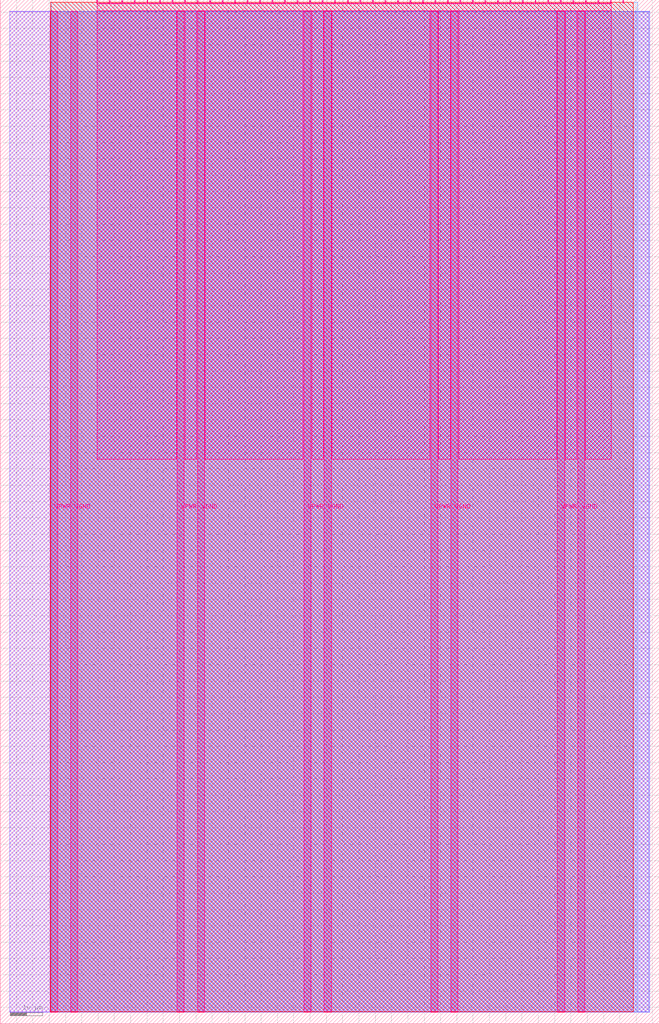
<source format=lef>
VERSION 5.7 ;
  NOWIREEXTENSIONATPIN ON ;
  DIVIDERCHAR "/" ;
  BUSBITCHARS "[]" ;
MACRO tt_um_frequency_counter
  CLASS BLOCK ;
  FOREIGN tt_um_frequency_counter ;
  ORIGIN 0.000 0.000 ;
  SIZE 202.080 BY 313.740 ;
  PIN VGND
    DIRECTION INOUT ;
    USE GROUND ;
    PORT
      LAYER Metal5 ;
        RECT 21.580 3.560 23.780 310.180 ;
    END
    PORT
      LAYER Metal5 ;
        RECT 60.450 3.560 62.650 310.180 ;
    END
    PORT
      LAYER Metal5 ;
        RECT 99.320 3.560 101.520 310.180 ;
    END
    PORT
      LAYER Metal5 ;
        RECT 138.190 3.560 140.390 310.180 ;
    END
    PORT
      LAYER Metal5 ;
        RECT 177.060 3.560 179.260 310.180 ;
    END
  END VGND
  PIN VPWR
    DIRECTION INOUT ;
    USE POWER ;
    PORT
      LAYER Metal5 ;
        RECT 15.380 3.560 17.580 310.180 ;
    END
    PORT
      LAYER Metal5 ;
        RECT 54.250 3.560 56.450 310.180 ;
    END
    PORT
      LAYER Metal5 ;
        RECT 93.120 3.560 95.320 310.180 ;
    END
    PORT
      LAYER Metal5 ;
        RECT 131.990 3.560 134.190 310.180 ;
    END
    PORT
      LAYER Metal5 ;
        RECT 170.860 3.560 173.060 310.180 ;
    END
  END VPWR
  PIN clk
    DIRECTION INPUT ;
    USE SIGNAL ;
    ANTENNAGATEAREA 0.426400 ;
    PORT
      LAYER Metal5 ;
        RECT 187.050 312.740 187.350 313.740 ;
    END
  END clk
  PIN ena
    DIRECTION INPUT ;
    USE SIGNAL ;
    PORT
      LAYER Metal5 ;
        RECT 190.890 312.740 191.190 313.740 ;
    END
  END ena
  PIN rst_n
    DIRECTION INPUT ;
    USE SIGNAL ;
    ANTENNAGATEAREA 0.527800 ;
    PORT
      LAYER Metal5 ;
        RECT 183.210 312.740 183.510 313.740 ;
    END
  END rst_n
  PIN ui_in[0]
    DIRECTION INPUT ;
    USE SIGNAL ;
    ANTENNAGATEAREA 0.607100 ;
    PORT
      LAYER Metal5 ;
        RECT 179.370 312.740 179.670 313.740 ;
    END
  END ui_in[0]
  PIN ui_in[1]
    DIRECTION INPUT ;
    USE SIGNAL ;
    PORT
      LAYER Metal5 ;
        RECT 175.530 312.740 175.830 313.740 ;
    END
  END ui_in[1]
  PIN ui_in[2]
    DIRECTION INPUT ;
    USE SIGNAL ;
    PORT
      LAYER Metal5 ;
        RECT 171.690 312.740 171.990 313.740 ;
    END
  END ui_in[2]
  PIN ui_in[3]
    DIRECTION INPUT ;
    USE SIGNAL ;
    PORT
      LAYER Metal5 ;
        RECT 167.850 312.740 168.150 313.740 ;
    END
  END ui_in[3]
  PIN ui_in[4]
    DIRECTION INPUT ;
    USE SIGNAL ;
    PORT
      LAYER Metal5 ;
        RECT 164.010 312.740 164.310 313.740 ;
    END
  END ui_in[4]
  PIN ui_in[5]
    DIRECTION INPUT ;
    USE SIGNAL ;
    PORT
      LAYER Metal5 ;
        RECT 160.170 312.740 160.470 313.740 ;
    END
  END ui_in[5]
  PIN ui_in[6]
    DIRECTION INPUT ;
    USE SIGNAL ;
    PORT
      LAYER Metal5 ;
        RECT 156.330 312.740 156.630 313.740 ;
    END
  END ui_in[6]
  PIN ui_in[7]
    DIRECTION INPUT ;
    USE SIGNAL ;
    ANTENNAGATEAREA 0.180700 ;
    PORT
      LAYER Metal5 ;
        RECT 152.490 312.740 152.790 313.740 ;
    END
  END ui_in[7]
  PIN uio_in[0]
    DIRECTION INPUT ;
    USE SIGNAL ;
    PORT
      LAYER Metal5 ;
        RECT 148.650 312.740 148.950 313.740 ;
    END
  END uio_in[0]
  PIN uio_in[1]
    DIRECTION INPUT ;
    USE SIGNAL ;
    PORT
      LAYER Metal5 ;
        RECT 144.810 312.740 145.110 313.740 ;
    END
  END uio_in[1]
  PIN uio_in[2]
    DIRECTION INPUT ;
    USE SIGNAL ;
    PORT
      LAYER Metal5 ;
        RECT 140.970 312.740 141.270 313.740 ;
    END
  END uio_in[2]
  PIN uio_in[3]
    DIRECTION INPUT ;
    USE SIGNAL ;
    PORT
      LAYER Metal5 ;
        RECT 137.130 312.740 137.430 313.740 ;
    END
  END uio_in[3]
  PIN uio_in[4]
    DIRECTION INPUT ;
    USE SIGNAL ;
    PORT
      LAYER Metal5 ;
        RECT 133.290 312.740 133.590 313.740 ;
    END
  END uio_in[4]
  PIN uio_in[5]
    DIRECTION INPUT ;
    USE SIGNAL ;
    PORT
      LAYER Metal5 ;
        RECT 129.450 312.740 129.750 313.740 ;
    END
  END uio_in[5]
  PIN uio_in[6]
    DIRECTION INPUT ;
    USE SIGNAL ;
    PORT
      LAYER Metal5 ;
        RECT 125.610 312.740 125.910 313.740 ;
    END
  END uio_in[6]
  PIN uio_in[7]
    DIRECTION INPUT ;
    USE SIGNAL ;
    PORT
      LAYER Metal5 ;
        RECT 121.770 312.740 122.070 313.740 ;
    END
  END uio_in[7]
  PIN uio_oe[0]
    DIRECTION OUTPUT ;
    USE SIGNAL ;
    ANTENNADIFFAREA 0.299200 ;
    PORT
      LAYER Metal5 ;
        RECT 56.490 312.740 56.790 313.740 ;
    END
  END uio_oe[0]
  PIN uio_oe[1]
    DIRECTION OUTPUT ;
    USE SIGNAL ;
    ANTENNADIFFAREA 0.299200 ;
    PORT
      LAYER Metal5 ;
        RECT 52.650 312.740 52.950 313.740 ;
    END
  END uio_oe[1]
  PIN uio_oe[2]
    DIRECTION OUTPUT ;
    USE SIGNAL ;
    ANTENNADIFFAREA 0.299200 ;
    PORT
      LAYER Metal5 ;
        RECT 48.810 312.740 49.110 313.740 ;
    END
  END uio_oe[2]
  PIN uio_oe[3]
    DIRECTION OUTPUT ;
    USE SIGNAL ;
    ANTENNADIFFAREA 0.299200 ;
    PORT
      LAYER Metal5 ;
        RECT 44.970 312.740 45.270 313.740 ;
    END
  END uio_oe[3]
  PIN uio_oe[4]
    DIRECTION OUTPUT ;
    USE SIGNAL ;
    ANTENNADIFFAREA 0.299200 ;
    PORT
      LAYER Metal5 ;
        RECT 41.130 312.740 41.430 313.740 ;
    END
  END uio_oe[4]
  PIN uio_oe[5]
    DIRECTION OUTPUT ;
    USE SIGNAL ;
    ANTENNADIFFAREA 0.299200 ;
    PORT
      LAYER Metal5 ;
        RECT 37.290 312.740 37.590 313.740 ;
    END
  END uio_oe[5]
  PIN uio_oe[6]
    DIRECTION OUTPUT ;
    USE SIGNAL ;
    ANTENNADIFFAREA 0.299200 ;
    PORT
      LAYER Metal5 ;
        RECT 33.450 312.740 33.750 313.740 ;
    END
  END uio_oe[6]
  PIN uio_oe[7]
    DIRECTION OUTPUT ;
    USE SIGNAL ;
    ANTENNADIFFAREA 0.299200 ;
    PORT
      LAYER Metal5 ;
        RECT 29.610 312.740 29.910 313.740 ;
    END
  END uio_oe[7]
  PIN uio_out[0]
    DIRECTION OUTPUT ;
    USE SIGNAL ;
    ANTENNADIFFAREA 0.299200 ;
    PORT
      LAYER Metal5 ;
        RECT 87.210 312.740 87.510 313.740 ;
    END
  END uio_out[0]
  PIN uio_out[1]
    DIRECTION OUTPUT ;
    USE SIGNAL ;
    ANTENNADIFFAREA 0.299200 ;
    PORT
      LAYER Metal5 ;
        RECT 83.370 312.740 83.670 313.740 ;
    END
  END uio_out[1]
  PIN uio_out[2]
    DIRECTION OUTPUT ;
    USE SIGNAL ;
    ANTENNADIFFAREA 0.299200 ;
    PORT
      LAYER Metal5 ;
        RECT 79.530 312.740 79.830 313.740 ;
    END
  END uio_out[2]
  PIN uio_out[3]
    DIRECTION OUTPUT ;
    USE SIGNAL ;
    ANTENNADIFFAREA 0.299200 ;
    PORT
      LAYER Metal5 ;
        RECT 75.690 312.740 75.990 313.740 ;
    END
  END uio_out[3]
  PIN uio_out[4]
    DIRECTION OUTPUT ;
    USE SIGNAL ;
    ANTENNADIFFAREA 0.299200 ;
    PORT
      LAYER Metal5 ;
        RECT 71.850 312.740 72.150 313.740 ;
    END
  END uio_out[4]
  PIN uio_out[5]
    DIRECTION OUTPUT ;
    USE SIGNAL ;
    ANTENNADIFFAREA 0.299200 ;
    PORT
      LAYER Metal5 ;
        RECT 68.010 312.740 68.310 313.740 ;
    END
  END uio_out[5]
  PIN uio_out[6]
    DIRECTION OUTPUT ;
    USE SIGNAL ;
    ANTENNADIFFAREA 0.299200 ;
    PORT
      LAYER Metal5 ;
        RECT 64.170 312.740 64.470 313.740 ;
    END
  END uio_out[6]
  PIN uio_out[7]
    DIRECTION OUTPUT ;
    USE SIGNAL ;
    ANTENNADIFFAREA 0.299200 ;
    PORT
      LAYER Metal5 ;
        RECT 60.330 312.740 60.630 313.740 ;
    END
  END uio_out[7]
  PIN uo_out[0]
    DIRECTION OUTPUT ;
    USE SIGNAL ;
    ANTENNADIFFAREA 0.706800 ;
    PORT
      LAYER Metal5 ;
        RECT 117.930 312.740 118.230 313.740 ;
    END
  END uo_out[0]
  PIN uo_out[1]
    DIRECTION OUTPUT ;
    USE SIGNAL ;
    ANTENNADIFFAREA 0.654800 ;
    PORT
      LAYER Metal5 ;
        RECT 114.090 312.740 114.390 313.740 ;
    END
  END uo_out[1]
  PIN uo_out[2]
    DIRECTION OUTPUT ;
    USE SIGNAL ;
    ANTENNADIFFAREA 0.654800 ;
    PORT
      LAYER Metal5 ;
        RECT 110.250 312.740 110.550 313.740 ;
    END
  END uo_out[2]
  PIN uo_out[3]
    DIRECTION OUTPUT ;
    USE SIGNAL ;
    ANTENNADIFFAREA 0.654800 ;
    PORT
      LAYER Metal5 ;
        RECT 106.410 312.740 106.710 313.740 ;
    END
  END uo_out[3]
  PIN uo_out[4]
    DIRECTION OUTPUT ;
    USE SIGNAL ;
    ANTENNADIFFAREA 0.654800 ;
    PORT
      LAYER Metal5 ;
        RECT 102.570 312.740 102.870 313.740 ;
    END
  END uo_out[4]
  PIN uo_out[5]
    DIRECTION OUTPUT ;
    USE SIGNAL ;
    ANTENNADIFFAREA 0.654800 ;
    PORT
      LAYER Metal5 ;
        RECT 98.730 312.740 99.030 313.740 ;
    END
  END uo_out[5]
  PIN uo_out[6]
    DIRECTION OUTPUT ;
    USE SIGNAL ;
    ANTENNADIFFAREA 0.654800 ;
    PORT
      LAYER Metal5 ;
        RECT 94.890 312.740 95.190 313.740 ;
    END
  END uo_out[6]
  PIN uo_out[7]
    DIRECTION OUTPUT ;
    USE SIGNAL ;
    ANTENNADIFFAREA 0.654800 ;
    PORT
      LAYER Metal5 ;
        RECT 91.050 312.740 91.350 313.740 ;
    END
  END uo_out[7]
  OBS
      LAYER GatPoly ;
        RECT 2.880 3.630 199.200 310.110 ;
      LAYER Metal1 ;
        RECT 2.880 3.560 199.200 310.180 ;
      LAYER Metal2 ;
        RECT 15.515 3.680 198.865 310.060 ;
      LAYER Metal3 ;
        RECT 15.560 3.635 195.460 313.045 ;
      LAYER Metal4 ;
        RECT 15.515 3.680 194.065 313.000 ;
      LAYER Metal5 ;
        RECT 30.120 312.530 33.240 312.740 ;
        RECT 33.960 312.530 37.080 312.740 ;
        RECT 37.800 312.530 40.920 312.740 ;
        RECT 41.640 312.530 44.760 312.740 ;
        RECT 45.480 312.530 48.600 312.740 ;
        RECT 49.320 312.530 52.440 312.740 ;
        RECT 53.160 312.530 56.280 312.740 ;
        RECT 57.000 312.530 60.120 312.740 ;
        RECT 60.840 312.530 63.960 312.740 ;
        RECT 64.680 312.530 67.800 312.740 ;
        RECT 68.520 312.530 71.640 312.740 ;
        RECT 72.360 312.530 75.480 312.740 ;
        RECT 76.200 312.530 79.320 312.740 ;
        RECT 80.040 312.530 83.160 312.740 ;
        RECT 83.880 312.530 87.000 312.740 ;
        RECT 87.720 312.530 90.840 312.740 ;
        RECT 91.560 312.530 94.680 312.740 ;
        RECT 95.400 312.530 98.520 312.740 ;
        RECT 99.240 312.530 102.360 312.740 ;
        RECT 103.080 312.530 106.200 312.740 ;
        RECT 106.920 312.530 110.040 312.740 ;
        RECT 110.760 312.530 113.880 312.740 ;
        RECT 114.600 312.530 117.720 312.740 ;
        RECT 118.440 312.530 121.560 312.740 ;
        RECT 122.280 312.530 125.400 312.740 ;
        RECT 126.120 312.530 129.240 312.740 ;
        RECT 129.960 312.530 133.080 312.740 ;
        RECT 133.800 312.530 136.920 312.740 ;
        RECT 137.640 312.530 140.760 312.740 ;
        RECT 141.480 312.530 144.600 312.740 ;
        RECT 145.320 312.530 148.440 312.740 ;
        RECT 149.160 312.530 152.280 312.740 ;
        RECT 153.000 312.530 156.120 312.740 ;
        RECT 156.840 312.530 159.960 312.740 ;
        RECT 160.680 312.530 163.800 312.740 ;
        RECT 164.520 312.530 167.640 312.740 ;
        RECT 168.360 312.530 171.480 312.740 ;
        RECT 172.200 312.530 175.320 312.740 ;
        RECT 176.040 312.530 179.160 312.740 ;
        RECT 179.880 312.530 183.000 312.740 ;
        RECT 183.720 312.530 186.840 312.740 ;
        RECT 29.660 310.390 187.300 312.530 ;
        RECT 29.660 172.895 54.040 310.390 ;
        RECT 56.660 172.895 60.240 310.390 ;
        RECT 62.860 172.895 92.910 310.390 ;
        RECT 95.530 172.895 99.110 310.390 ;
        RECT 101.730 172.895 131.780 310.390 ;
        RECT 134.400 172.895 137.980 310.390 ;
        RECT 140.600 172.895 170.650 310.390 ;
        RECT 173.270 172.895 176.850 310.390 ;
        RECT 179.470 172.895 187.300 310.390 ;
  END
END tt_um_frequency_counter
END LIBRARY


</source>
